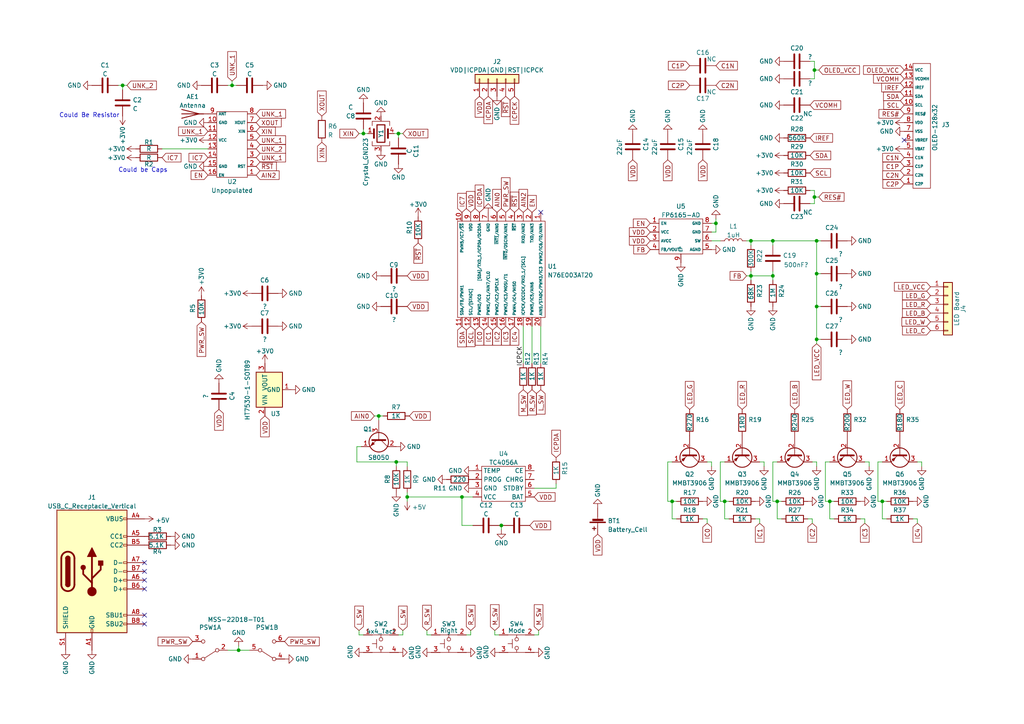
<source format=kicad_sch>
(kicad_sch (version 20211123) (generator eeschema)
  (paper "A4")
  (junction (at 109.855 120.65))
  (junction (at 236.22 20.32))
  (junction (at 224.155 80.01))
  (junction (at 236.855 98.425))
  (junction (at 105.41 38.735))
  (junction (at 194.945 145.415))
  (junction (at 145.415 152.4))
  (junction (at 69.215 188.595))
  (junction (at 207.645 64.77))
  (junction (at 115.57 38.735))
  (junction (at 114.935 133.985))
  (junction (at 240.665 145.415))
  (junction (at 217.805 80.01))
  (junction (at 236.855 79.375))
  (junction (at 210.185 145.415))
  (junction (at 236.855 88.9))
  (junction (at 217.805 69.85))
  (junction (at 224.155 69.85))
  (junction (at 35.56 24.765))
  (junction (at 225.425 145.415))
  (junction (at 133.985 144.145))
  (junction (at 236.855 69.85))
  (junction (at 118.11 144.145))
  (junction (at 255.905 145.415))
  (junction (at 236.22 57.15))
  (junction (at 67.31 24.765))
  (no_connect (at 156.845 61.595))
  (no_connect (at 41.91 168.275))
  (no_connect (at 41.91 163.195))
  (no_connect (at 41.91 170.815))
  (no_connect (at 41.91 165.735))
  (no_connect (at 41.91 178.435))
  (no_connect (at 41.91 180.975))
  (no_connect (at 262.255 40.64))
  (wire (pts (xy 154.94 184.15) (xy 156.21 184.15)))
  (wire (pts (xy 194.945 133.985) (xy 193.675 133.985)))
  (wire (pts (xy 239.395 133.985) (xy 239.395 145.415)))
  (wire (pts (xy 154.94 141.605) (xy 161.29 141.605)))
  (wire (pts (xy 210.185 133.985) (xy 208.915 133.985)))
  (wire (pts (xy 133.985 152.4) (xy 137.16 152.4)))
  (wire (pts (xy 104.14 184.15) (xy 105.41 184.15)))
  (wire (pts (xy 226.695 145.415) (xy 225.425 145.415)))
  (wire (pts (xy 206.375 64.77) (xy 207.645 64.77)))
  (wire (pts (xy 224.155 133.985) (xy 224.155 145.415)))
  (wire (pts (xy 252.095 135.255) (xy 252.095 133.985)))
  (wire (pts (xy 133.985 144.145) (xy 118.11 144.145)))
  (wire (pts (xy 105.41 38.735) (xy 106.68 38.735)))
  (wire (pts (xy 118.11 142.875) (xy 118.11 144.145)))
  (wire (pts (xy 156.845 94.615) (xy 156.845 105.41)))
  (wire (pts (xy 109.855 121.92) (xy 109.855 120.65)))
  (wire (pts (xy 221.615 133.985) (xy 220.345 133.985)))
  (wire (pts (xy 234.95 59.055) (xy 236.22 59.055)))
  (wire (pts (xy 103.505 133.985) (xy 103.505 129.54)))
  (wire (pts (xy 236.22 22.86) (xy 236.22 20.32)))
  (wire (pts (xy 217.805 78.74) (xy 217.805 80.01)))
  (wire (pts (xy 236.22 55.245) (xy 234.95 55.245)))
  (wire (pts (xy 109.855 120.65) (xy 111.125 120.65)))
  (wire (pts (xy 254.635 133.985) (xy 254.635 145.415)))
  (wire (pts (xy 216.535 69.85) (xy 217.805 69.85)))
  (wire (pts (xy 236.855 98.425) (xy 238.125 98.425)))
  (wire (pts (xy 236.855 133.985) (xy 235.585 133.985)))
  (wire (pts (xy 224.155 80.01) (xy 224.155 78.74)))
  (wire (pts (xy 115.57 40.005) (xy 115.57 38.735)))
  (wire (pts (xy 267.335 133.985) (xy 266.065 133.985)))
  (wire (pts (xy 136.525 182.88) (xy 136.525 184.15)))
  (wire (pts (xy 254.635 133.985) (xy 255.905 133.985)))
  (wire (pts (xy 225.425 150.495) (xy 226.695 150.495)))
  (wire (pts (xy 206.375 135.255) (xy 206.375 133.985)))
  (wire (pts (xy 137.16 144.145) (xy 133.985 144.145)))
  (wire (pts (xy 206.375 69.85) (xy 208.915 69.85)))
  (wire (pts (xy 154.305 94.615) (xy 154.305 105.41)))
  (wire (pts (xy 108.585 120.65) (xy 109.855 120.65)))
  (wire (pts (xy 211.455 150.495) (xy 210.185 150.495)))
  (wire (pts (xy 239.395 145.415) (xy 240.665 145.415)))
  (wire (pts (xy 224.155 145.415) (xy 225.425 145.415)))
  (wire (pts (xy 255.905 145.415) (xy 255.905 150.495)))
  (wire (pts (xy 266.065 150.495) (xy 266.065 151.765)))
  (wire (pts (xy 240.665 145.415) (xy 240.665 150.495)))
  (wire (pts (xy 133.985 152.4) (xy 133.985 144.145)))
  (wire (pts (xy 114.935 133.985) (xy 114.935 135.255)))
  (wire (pts (xy 156.21 184.15) (xy 156.21 182.88)))
  (wire (pts (xy 236.855 88.9) (xy 238.125 88.9)))
  (wire (pts (xy 264.795 150.495) (xy 266.065 150.495)))
  (wire (pts (xy 206.375 133.985) (xy 205.105 133.985)))
  (wire (pts (xy 194.945 145.415) (xy 196.215 145.415)))
  (wire (pts (xy 194.945 150.495) (xy 196.215 150.495)))
  (wire (pts (xy 143.51 184.15) (xy 143.51 182.88)))
  (wire (pts (xy 193.675 145.415) (xy 194.945 145.415)))
  (wire (pts (xy 136.525 184.15) (xy 135.255 184.15)))
  (wire (pts (xy 208.915 133.985) (xy 208.915 145.415)))
  (wire (pts (xy 103.505 129.54) (xy 104.775 129.54)))
  (wire (pts (xy 105.41 37.465) (xy 105.41 38.735)))
  (wire (pts (xy 67.31 23.495) (xy 67.31 24.765)))
  (wire (pts (xy 210.185 150.495) (xy 210.185 145.415)))
  (wire (pts (xy 123.825 182.88) (xy 123.825 184.15)))
  (wire (pts (xy 249.555 150.495) (xy 250.825 150.495)))
  (wire (pts (xy 217.805 80.01) (xy 217.805 81.28)))
  (wire (pts (xy 255.905 150.495) (xy 257.175 150.495)))
  (wire (pts (xy 225.425 133.985) (xy 224.155 133.985)))
  (wire (pts (xy 240.665 133.985) (xy 239.395 133.985)))
  (wire (pts (xy 115.57 38.735) (xy 114.3 38.735)))
  (wire (pts (xy 114.935 133.985) (xy 103.505 133.985)))
  (wire (pts (xy 254.635 145.415) (xy 255.905 145.415)))
  (wire (pts (xy 208.915 145.415) (xy 210.185 145.415)))
  (wire (pts (xy 236.22 20.32) (xy 237.49 20.32)))
  (wire (pts (xy 144.78 184.15) (xy 143.51 184.15)))
  (wire (pts (xy 236.855 69.85) (xy 238.125 69.85)))
  (wire (pts (xy 118.11 144.145) (xy 118.11 145.415)))
  (wire (pts (xy 240.665 150.495) (xy 241.935 150.495)))
  (wire (pts (xy 236.22 57.15) (xy 236.22 55.245)))
  (wire (pts (xy 206.375 67.31) (xy 207.645 67.31)))
  (wire (pts (xy 217.805 69.85) (xy 224.155 69.85)))
  (wire (pts (xy 145.415 152.4) (xy 145.415 153.67)))
  (wire (pts (xy 115.57 38.735) (xy 116.84 38.735)))
  (wire (pts (xy 115.57 184.15) (xy 116.84 184.15)))
  (wire (pts (xy 235.585 150.495) (xy 235.585 151.765)))
  (wire (pts (xy 69.215 188.595) (xy 69.215 187.325)))
  (wire (pts (xy 236.855 88.9) (xy 236.855 98.425)))
  (wire (pts (xy 220.345 150.495) (xy 220.345 151.765)))
  (wire (pts (xy 118.11 135.255) (xy 118.11 133.985)))
  (wire (pts (xy 145.415 152.4) (xy 146.05 152.4)))
  (wire (pts (xy 207.645 67.31) (xy 207.645 64.77)))
  (wire (pts (xy 236.855 135.255) (xy 236.855 133.985)))
  (wire (pts (xy 221.615 135.255) (xy 221.615 133.985)))
  (wire (pts (xy 236.855 69.85) (xy 236.855 79.375)))
  (wire (pts (xy 123.825 184.15) (xy 125.095 184.15)))
  (wire (pts (xy 34.29 24.765) (xy 35.56 24.765)))
  (wire (pts (xy 210.185 145.415) (xy 211.455 145.415)))
  (wire (pts (xy 217.805 80.01) (xy 224.155 80.01)))
  (wire (pts (xy 151.765 94.615) (xy 151.765 105.41)))
  (wire (pts (xy 46.99 43.18) (xy 60.325 43.18)))
  (wire (pts (xy 267.335 135.255) (xy 267.335 133.985)))
  (wire (pts (xy 238.125 79.375) (xy 236.855 79.375)))
  (wire (pts (xy 72.39 188.595) (xy 69.215 188.595)))
  (wire (pts (xy 194.945 145.415) (xy 194.945 150.495)))
  (wire (pts (xy 236.855 79.375) (xy 236.855 88.9)))
  (wire (pts (xy 116.84 184.15) (xy 116.84 182.88)))
  (wire (pts (xy 234.315 150.495) (xy 235.585 150.495)))
  (wire (pts (xy 234.95 17.78) (xy 236.22 17.78)))
  (wire (pts (xy 224.155 80.01) (xy 224.155 81.28)))
  (wire (pts (xy 234.95 22.86) (xy 236.22 22.86)))
  (wire (pts (xy 236.22 20.32) (xy 236.22 17.78)))
  (wire (pts (xy 241.935 145.415) (xy 240.665 145.415)))
  (wire (pts (xy 225.425 145.415) (xy 225.425 150.495)))
  (wire (pts (xy 224.155 69.85) (xy 236.855 69.85)))
  (wire (pts (xy 217.805 69.85) (xy 217.805 71.12)))
  (wire (pts (xy 224.155 69.85) (xy 224.155 71.12)))
  (wire (pts (xy 205.105 150.495) (xy 205.105 151.765)))
  (wire (pts (xy 66.04 188.595) (xy 69.215 188.595)))
  (wire (pts (xy 257.175 145.415) (xy 255.905 145.415)))
  (wire (pts (xy 236.855 98.425) (xy 236.855 99.695)))
  (wire (pts (xy 118.11 133.985) (xy 114.935 133.985)))
  (wire (pts (xy 104.14 182.88) (xy 104.14 184.15)))
  (wire (pts (xy 104.14 38.735) (xy 105.41 38.735)))
  (wire (pts (xy 35.56 24.765) (xy 35.56 26.035)))
  (wire (pts (xy 207.645 64.77) (xy 207.645 63.5)))
  (wire (pts (xy 66.04 24.765) (xy 67.31 24.765)))
  (wire (pts (xy 161.29 141.605) (xy 161.29 140.335)))
  (wire (pts (xy 35.56 24.765) (xy 36.83 24.765)))
  (wire (pts (xy 216.535 80.01) (xy 217.805 80.01)))
  (wire (pts (xy 144.78 152.4) (xy 145.415 152.4)))
  (wire (pts (xy 203.835 150.495) (xy 205.105 150.495)))
  (wire (pts (xy 250.825 150.495) (xy 250.825 151.765)))
  (wire (pts (xy 237.49 57.15) (xy 236.22 57.15)))
  (wire (pts (xy 252.095 133.985) (xy 250.825 133.985)))
  (wire (pts (xy 219.075 150.495) (xy 220.345 150.495)))
  (wire (pts (xy 193.675 133.985) (xy 193.675 145.415)))
  (wire (pts (xy 236.22 59.055) (xy 236.22 57.15)))
  (wire (pts (xy 67.31 24.765) (xy 68.58 24.765)))
  (text "Could be Caps" (at 34.29 50.165 0) (effects (font (size 1.27 1.27)) (justify left bottom)))
  (text "Could Be Resistor" (at 17.145 34.29 0) (effects (font (size 1.27 1.27)) (justify left bottom)))
  (label "ICPCK" (at 151.765 100.33 270))
  (global_label "IC0" (shape input) (at 139.065 94.615 270) (property "Intersheet References" "${INTERSHEET_REFS}" (effects hide)))
  (global_label "VDD" (shape input) (at 183.515 46.355 270) (property "Intersheet References" "${INTERSHEET_REFS}" (effects hide)))
  (global_label "VDD" (shape input) (at 203.835 46.355 270) (property "Intersheet References" "${INTERSHEET_REFS}" (effects hide)))
  (global_label "XIN" (shape input) (at 93.345 41.275 270) (property "Intersheet References" "${INTERSHEET_REFS}" (effects hide)))
  (global_label "XIN" (shape input) (at 74.295 38.1 0) (property "Intersheet References" "${INTERSHEET_REFS}" (effects hide)))
  (global_label "IC1" (shape input) (at 141.605 94.615 270) (property "Intersheet References" "${INTERSHEET_REFS}" (effects hide)))
  (global_label "SDA" (shape input) (at 262.255 27.94 180) (property "Intersheet References" "${INTERSHEET_REFS}" (effects hide)))
  (global_label "ICPDA" (shape input) (at 139.065 61.595 90) (property "Intersheet References" "${INTERSHEET_REFS}" (effects hide)))
  (global_label "AIN2" (shape input) (at 151.765 61.595 90) (property "Intersheet References" "${INTERSHEET_REFS}" (effects hide)))
  (global_label "ICPDA" (shape input) (at 161.29 132.715 90) (property "Intersheet References" "${INTERSHEET_REFS}" (effects hide)))
  (global_label "C1N" (shape input) (at 207.645 19.05 0) (property "Intersheet References" "${INTERSHEET_REFS}" (effects hide)))
  (global_label "~{RST}" (shape input) (at 121.285 70.485 270) (property "Intersheet References" "${INTERSHEET_REFS}" (effects hide)))
  (global_label "OLED_VCC" (shape input) (at 237.49 20.32 0) (property "Intersheet References" "${INTERSHEET_REFS}" (effects hide)))
  (global_label "LED_B" (shape input) (at 230.505 118.745 90) (property "Intersheet References" "${INTERSHEET_REFS}" (effects hide)))
  (global_label "~{RST}" (shape input) (at 74.295 48.26 0) (property "Intersheet References" "${INTERSHEET_REFS}" (effects hide)))
  (global_label "VDD" (shape input) (at 63.5 118.745 270) (property "Intersheet References" "${INTERSHEET_REFS}" (effects hide)))
  (global_label "EN" (shape input) (at 154.305 61.595 90) (property "Intersheet References" "${INTERSHEET_REFS}" (effects hide)))
  (global_label "LED_W" (shape input) (at 269.875 93.345 180) (property "Intersheet References" "${INTERSHEET_REFS}" (effects hide)))
  (global_label "VDD" (shape input) (at 76.835 120.65 270) (property "Intersheet References" "${INTERSHEET_REFS}" (effects hide)))
  (global_label "IREF" (shape input) (at 234.95 40.005 0) (property "Intersheet References" "${INTERSHEET_REFS}" (effects hide)))
  (global_label "XOUT" (shape input) (at 116.84 38.735 0) (property "Intersheet References" "${INTERSHEET_REFS}" (effects hide)))
  (global_label "PWR_SW" (shape input) (at 146.685 61.595 90) (property "Intersheet References" "${INTERSHEET_REFS}" (effects hide)))
  (global_label "L_SW" (shape input) (at 156.845 113.03 270) (property "Intersheet References" "${INTERSHEET_REFS}" (effects hide)))
  (global_label "PWR_SW" (shape input) (at 58.42 93.345 270) (property "Intersheet References" "${INTERSHEET_REFS}" (effects hide)))
  (global_label "C1P" (shape input) (at 262.255 48.26 180) (property "Intersheet References" "${INTERSHEET_REFS}" (effects hide)))
  (global_label "RES#" (shape input) (at 262.255 33.02 180) (property "Intersheet References" "${INTERSHEET_REFS}" (effects hide)))
  (global_label "PWR_SW" (shape input) (at 82.55 186.055 0) (property "Intersheet References" "${INTERSHEET_REFS}" (effects hide)))
  (global_label "LED_C" (shape input) (at 260.985 118.745 90) (property "Intersheet References" "${INTERSHEET_REFS}" (effects hide)))
  (global_label "EN" (shape input) (at 60.325 50.8 180) (property "Intersheet References" "${INTERSHEET_REFS}" (effects hide)))
  (global_label "R_SW" (shape input) (at 123.825 182.88 90) (property "Intersheet References" "${INTERSHEET_REFS}" (effects hide)))
  (global_label "M_SW" (shape input) (at 156.21 182.88 90) (property "Intersheet References" "${INTERSHEET_REFS}" (effects hide)))
  (global_label "IC7" (shape input) (at 60.325 45.72 180) (property "Intersheet References" "${INTERSHEET_REFS}" (effects hide)))
  (global_label "IC0" (shape input) (at 205.105 151.765 270) (property "Intersheet References" "${INTERSHEET_REFS}" (effects hide)))
  (global_label "UNK_1" (shape input) (at 74.295 40.64 0) (property "Intersheet References" "${INTERSHEET_REFS}" (effects hide)))
  (global_label "VDD" (shape input) (at 153.67 152.4 0) (property "Intersheet References" "${INTERSHEET_REFS}" (effects hide)))
  (global_label "PWR_SW" (shape input) (at 55.88 186.055 180) (property "Intersheet References" "${INTERSHEET_REFS}" (effects hide)))
  (global_label "LED_B" (shape input) (at 269.875 90.805 180) (property "Intersheet References" "${INTERSHEET_REFS}" (effects hide)))
  (global_label "SCL" (shape input) (at 262.255 30.48 180) (property "Intersheet References" "${INTERSHEET_REFS}" (effects hide)))
  (global_label "IC7" (shape input) (at 46.99 45.72 0) (property "Intersheet References" "${INTERSHEET_REFS}" (effects hide)))
  (global_label "C2P" (shape input) (at 200.025 24.765 180) (property "Intersheet References" "${INTERSHEET_REFS}" (effects hide)))
  (global_label "VCOMH" (shape input) (at 262.255 22.86 180) (property "Intersheet References" "${INTERSHEET_REFS}" (effects hide)))
  (global_label "UNK_2" (shape input) (at 36.83 24.765 0) (property "Intersheet References" "${INTERSHEET_REFS}" (effects hide)))
  (global_label "VDD" (shape input) (at 154.94 144.145 0) (property "Intersheet References" "${INTERSHEET_REFS}" (effects hide)))
  (global_label "C1N" (shape input) (at 262.255 45.72 180) (property "Intersheet References" "${INTERSHEET_REFS}" (effects hide)))
  (global_label "FB" (shape input) (at 216.535 80.01 180) (property "Intersheet References" "${INTERSHEET_REFS}" (effects hide)))
  (global_label "OLED_VCC" (shape input) (at 262.255 20.32 180) (property "Intersheet References" "${INTERSHEET_REFS}" (effects hide)))
  (global_label "IC2" (shape input) (at 144.145 94.615 270) (property "Intersheet References" "${INTERSHEET_REFS}" (effects hide)))
  (global_label "SCL" (shape input) (at 234.95 50.165 0) (property "Intersheet References" "${INTERSHEET_REFS}" (effects hide)))
  (global_label "UNK_1" (shape input) (at 60.325 38.1 180) (property "Intersheet References" "${INTERSHEET_REFS}" (effects hide)))
  (global_label "LED_VCC" (shape input) (at 269.875 83.185 180) (property "Intersheet References" "${INTERSHEET_REFS}" (effects hide)))
  (global_label "EN" (shape input) (at 188.595 64.77 180) (property "Intersheet References" "${INTERSHEET_REFS}" (effects hide)))
  (global_label "R_SW" (shape input) (at 154.305 113.03 270) (property "Intersheet References" "${INTERSHEET_REFS}" (effects hide)))
  (global_label "IC2" (shape input) (at 235.585 151.765 270) (property "Intersheet References" "${INTERSHEET_REFS}" (effects hide)))
  (global_label "LED_VCC" (shape input) (at 236.855 99.695 270) (property "Intersheet References" "${INTERSHEET_REFS}" (effects hide)))
  (global_label "IC7" (shape input) (at 133.985 61.595 90) (property "Intersheet References" "${INTERSHEET_REFS}" (effects hide)))
  (global_label "LED_G" (shape input) (at 269.875 85.725 180) (property "Intersheet References" "${INTERSHEET_REFS}" (effects hide)))
  (global_label "C1P" (shape input) (at 200.025 19.05 180) (property "Intersheet References" "${INTERSHEET_REFS}" (effects hide)))
  (global_label "LED_W" (shape input) (at 245.745 118.745 90) (property "Intersheet References" "${INTERSHEET_REFS}" (effects hide)))
  (global_label "UNK_1" (shape input) (at 67.31 23.495 90) (property "Intersheet References" "${INTERSHEET_REFS}" (effects hide)))
  (global_label "SDA" (shape input) (at 133.985 94.615 270) (property "Intersheet References" "${INTERSHEET_REFS}" (effects hide)))
  (global_label "M_SW" (shape input) (at 151.765 113.03 270) (property "Intersheet References" "${INTERSHEET_REFS}" (effects hide)))
  (global_label "LED_R" (shape input) (at 215.265 118.745 90) (property "Intersheet References" "${INTERSHEET_REFS}" (effects hide)))
  (global_label "LED_C" (shape input) (at 269.875 95.885 180) (property "Intersheet References" "${INTERSHEET_REFS}" (effects hide)))
  (global_label "ICPCK" (shape input) (at 149.225 27.94 270) (property "Intersheet References" "${INTERSHEET_REFS}" (effects hide)))
  (global_label "~{RST}" (shape input) (at 149.225 61.595 90) (property "Intersheet References" "${INTERSHEET_REFS}" (effects hide)))
  (global_label "LED_R" (shape input) (at 269.875 88.265 180) (property "Intersheet References" "${INTERSHEET_REFS}" (effects hide)))
  (global_label "IC3" (shape input) (at 146.685 94.615 270) (property "Intersheet References" "${INTERSHEET_REFS}" (effects hide)))
  (global_label "C2N" (shape input) (at 262.255 50.8 180) (property "Intersheet References" "${INTERSHEET_REFS}" (effects hide)))
  (global_label "VDD" (shape input) (at 118.11 80.01 0) (property "Intersheet References" "${INTERSHEET_REFS}" (effects hide)))
  (global_label "RES#" (shape input) (at 237.49 57.15 0) (property "Intersheet References" "${INTERSHEET_REFS}" (effects hide)))
  (global_label "XOUT" (shape input) (at 74.295 35.56 0) (property "Intersheet References" "${INTERSHEET_REFS}" (effects hide)))
  (global_label "XOUT" (shape input) (at 93.345 33.655 90) (property "Intersheet References" "${INTERSHEET_REFS}" (effects hide)))
  (global_label "AIN0" (shape input) (at 144.145 61.595 90) (property "Intersheet References" "${INTERSHEET_REFS}" (effects hide)))
  (global_label "UNK_1" (shape input) (at 74.295 45.72 0) (property "Intersheet References" "${INTERSHEET_REFS}" (effects hide)))
  (global_label "LED_G" (shape input) (at 200.025 118.745 90) (property "Intersheet References" "${INTERSHEET_REFS}" (effects hide)))
  (global_label "L_SW" (shape input) (at 104.14 182.88 90) (property "Intersheet References" "${INTERSHEET_REFS}" (effects hide)))
  (global_label "SCL" (shape input) (at 136.525 94.615 270) (property "Intersheet References" "${INTERSHEET_REFS}" (effects hide)))
  (global_label "VDD" (shape input) (at 118.745 120.65 0) (property "Intersheet References" "${INTERSHEET_REFS}" (effects hide)))
  (global_label "VDD" (shape input) (at 193.675 46.355 270) (property "Intersheet References" "${INTERSHEET_REFS}" (effects hide)))
  (global_label "XIN" (shape input) (at 104.14 38.735 180) (property "Intersheet References" "${INTERSHEET_REFS}" (effects hide)))
  (global_label "AIN0" (shape input) (at 108.585 120.65 180) (property "Intersheet References" "${INTERSHEET_REFS}" (effects hide)))
  (global_label "IC3" (shape input) (at 250.825 151.765 270) (property "Intersheet References" "${INTERSHEET_REFS}" (effects hide)))
  (global_label "FB" (shape input) (at 188.595 72.39 180) (property "Intersheet References" "${INTERSHEET_REFS}" (effects hide)))
  (global_label "C2P" (shape input) (at 262.255 53.34 180) (property "Intersheet References" "${INTERSHEET_REFS}" (effects hide)))
  (global_label "VCOMH" (shape input) (at 234.95 30.48 0) (property "Intersheet References" "${INTERSHEET_REFS}" (effects hide)))
  (global_label "R_SW" (shape input) (at 136.525 182.88 90) (property "Intersheet References" "${INTERSHEET_REFS}" (effects hide)))
  (global_label "IC1" (shape input) (at 220.345 151.765 270) (property "Intersheet References" "${INTERSHEET_REFS}" (effects hide)))
  (global_label "VDD" (shape input) (at 136.525 61.595 90) (property "Intersheet References" "${INTERSHEET_REFS}" (effects hide)))
  (global_label "SDA" (shape input) (at 234.95 45.085 0) (property "Intersheet References" "${INTERSHEET_REFS}" (effects hide)))
  (global_label "VDD" (shape input) (at 118.11 88.9 0) (property "Intersheet References" "${INTERSHEET_REFS}" (effects hide)))
  (global_label "IC4" (shape input) (at 266.065 151.765 270) (property "Intersheet References" "${INTERSHEET_REFS}" (effects hide)))
  (global_label "VDD" (shape input) (at 173.355 154.94 270) (property "Intersheet References" "${INTERSHEET_REFS}" (effects hide)))
  (global_label "UNK_1" (shape input) (at 74.295 33.02 0) (property "Intersheet References" "${INTERSHEET_REFS}" (effects hide)))
  (global_label "VDD" (shape input) (at 188.595 67.31 180) (property "Intersheet References" "${INTERSHEET_REFS}" (effects hide)))
  (global_label "C2N" (shape input) (at 207.645 24.765 0) (property "Intersheet References" "${INTERSHEET_REFS}" (effects hide)))
  (global_label "VDD" (shape input) (at 139.065 27.94 270) (property "Intersheet References" "${INTERSHEET_REFS}" (effects hide)))
  (global_label "UNK_2" (shape input) (at 74.295 43.18 0) (property "Intersheet References" "${INTERSHEET_REFS}" (effects hide)))
  (global_label "IREF" (shape input) (at 262.255 25.4 180) (property "Intersheet References" "${INTERSHEET_REFS}" (effects hide)))
  (global_label "M_SW" (shape input) (at 143.51 182.88 90) (property "Intersheet References" "${INTERSHEET_REFS}" (effects hide)))
  (global_label "AIN2" (shape input) (at 74.295 50.8 0) (property "Intersheet References" "${INTERSHEET_REFS}" (effects hide)))
  (global_label "VDD" (shape input) (at 188.595 69.85 180) (property "Intersheet References" "${INTERSHEET_REFS}" (effects hide)))
  (global_label "IC4" (shape input) (at 149.225 94.615 270) (property "Intersheet References" "${INTERSHEET_REFS}" (effects hide)))
  (global_label "~{RST}" (shape input) (at 146.685 27.94 270) (property "Intersheet References" "${INTERSHEET_REFS}" (effects hide)))
  (global_label "L_SW" (shape input) (at 116.84 182.88 90) (property "Intersheet References" "${INTERSHEET_REFS}" (effects hide)))
  (global_label "ICPDA" (shape input) (at 141.605 27.94 270) (property "Intersheet References" "${INTERSHEET_REFS}" (effects hide)))
  (symbol (lib_id "power:+3V0") (at 121.285 62.865 0) (unit 1)
    (property "Reference" "#PWR037" (effects hide))
    (property "Value" "+3V0" (at 121.285 59.2892 0))
  )
  (symbol (lib_id "Device:C") (at 203.835 42.545 0) (unit 1)
    (property "Reference" "C18" (at 207.645 43.815 90) (effects (justify left)))
    (property "Value" "22uF" (at 200.025 45.085 90) (effects (justify left)))
  )
  (symbol (lib_id "power:GND") (at 236.855 135.255 0) (unit 1)
    (property "Reference" "#PWR070" (effects hide))
    (property "Value" "GND" (at 236.855 140.335 90))
  )
  (symbol (lib_id "power:GND") (at 49.53 155.575 90) (unit 1)
    (property "Reference" "#PWR08" (effects hide))
    (property "Value" "GND" (at 54.61 155.575 90))
  )
  (symbol (lib_id "Connector_Generic:Conn_01x05") (at 144.145 22.86 90) (unit 1)
    (property "Reference" "J2" (at 144.145 17.8902 90))
    (property "Value" "VDD|ICPDA|GND|RST|ICPCK" (at 144.145 20.32 90))
  )
  (symbol (lib_id "Device:R") (at 151.765 109.22 0) (unit 1)
    (property "Reference" "R12" (at 153.035 106.045 90) (effects (justify left)))
    (property "Value" "1K" (at 151.765 110.49 90) (effects (justify left)))
  )
  (symbol (lib_id "Device:C") (at 203.835 19.05 90) (unit 1)
    (property "Reference" "C16" (at 203.835 15.24 90))
    (property "Value" "NC" (at 206.375 17.145 90))
  )
  (symbol (lib_id "power:+3V0") (at 58.42 85.725 0) (unit 1)
    (property "Reference" "#PWR012" (effects hide))
    (property "Value" "+3V0" (at 58.42 77.47 90) (effects (justify right)))
  )
  (symbol (lib_id "power:GND") (at 110.49 80.01 270) (unit 1)
    (property "Reference" "#PWR030" (effects hide))
    (property "Value" "GND" (at 105.41 80.01 90))
  )
  (symbol (lib_id "Device:R") (at 217.805 74.93 0) (unit 1)
    (property "Reference" "R22" (at 220.345 76.2 90) (effects (justify left)))
    (property "Value" "300K" (at 217.805 77.47 90) (effects (justify left)))
  )
  (symbol (lib_id "Device:R") (at 231.14 55.245 90) (unit 1)
    (property "Reference" "R31" (at 231.14 52.705 90))
    (property "Value" "10K" (at 231.14 55.245 90))
  )
  (symbol (lib_id "power:GND") (at 110.49 43.815 0) (unit 1)
    (property "Reference" "#PWR029" (effects hide))
    (property "Value" "GND" (at 110.49 47.625 0))
  )
  (symbol (lib_id "power:GND") (at 129.54 139.065 270) (unit 1)
    (property "Reference" "#PWR039" (effects hide))
    (property "Value" "GND" (at 124.46 139.065 90))
  )
  (symbol (lib_id "Device:R") (at 154.305 109.22 0) (unit 1)
    (property "Reference" "R13" (at 155.575 106.045 90) (effects (justify left)))
    (property "Value" "1K" (at 154.305 110.49 90) (effects (justify left)))
  )
  (symbol (lib_id "power:GND") (at 144.145 27.94 0) (unit 1)
    (property "Reference" "#PWR044" (effects hide))
    (property "Value" "GND" (at 144.145 33.02 90))
  )
  (symbol (lib_id "power:GND") (at 219.075 145.415 90) (unit 1)
    (property "Reference" "#PWR058" (effects hide))
    (property "Value" "GND" (at 222.885 145.415 0))
  )
  (symbol (lib_id "power:+3V0") (at 227.33 50.165 90) (unit 1)
    (property "Reference" "#PWR066" (effects hide))
    (property "Value" "+3V0" (at 219.075 50.165 90) (effects (justify right)))
  )
  (symbol (lib_id "power:GND") (at 110.49 33.655 180) (unit 1)
    (property "Reference" "#PWR028" (effects hide))
    (property "Value" "GND" (at 110.49 29.845 0))
  )
  (symbol (lib_id "Transistor_BJT:2N3905") (at 230.505 131.445 270) (unit 1)
    (property "Reference" "Q4" (at 230.505 137.5648 90))
    (property "Value" "MMBT3906" (at 230.505 140.1017 90))
    (property "Footprint" "Package_TO_SOT_THT:TO-92_Inline" (effects hide))
    (property "Datasheet" "https://www.fairchildsemi.com/datasheets/2N/2N3905.pdf" (effects hide))
  )
  (symbol (lib_id "power:+3V0") (at 262.255 43.18 90) (unit 1)
    (property "Reference" "#PWR079" (effects hide))
    (property "Value" "+3V0" (at 254 43.18 90) (effects (justify right)))
  )
  (symbol (lib_id "power:GND") (at 80.645 85.09 90) (unit 1)
    (property "Reference" "#PWR022" (effects hide))
    (property "Value" "GND" (at 85.725 85.09 90))
  )
  (symbol (lib_id "power:GND") (at 115.57 189.23 90) (unit 1)
    (property "Reference" "#PWR035" (effects hide))
    (property "Value" "GND" (at 119.38 187.325 0) (effects (justify right)))
  )
  (symbol (lib_id "power:GND") (at 203.835 145.415 90) (unit 1)
    (property "Reference" "#PWR053" (effects hide))
    (property "Value" "GND" (at 207.645 145.415 0))
  )
  (symbol (lib_id "power:+3V0") (at 39.37 45.72 90) (unit 1)
    (property "Reference" "#PWR06" (effects hide))
    (property "Value" "+3V0" (at 31.115 45.72 90) (effects (justify right)))
  )
  (symbol (lib_id "Transistor_BJT:2N3905") (at 200.025 131.445 270) (unit 1)
    (property "Reference" "Q2" (at 200.025 137.5648 90))
    (property "Value" "MMBT3906" (at 200.025 140.1017 90))
    (property "Footprint" "Package_TO_SOT_THT:TO-92_Inline" (effects hide))
    (property "Datasheet" "https://www.fairchildsemi.com/datasheets/2N/2N3905.pdf" (effects hide))
  )
  (symbol (lib_id "Device:C") (at 241.935 88.9 90) (unit 1)
    (property "Reference" "C26" (at 243.205 85.09 90) (effects (justify left)))
    (property "Value" "?" (at 244.475 92.71 90) (effects (justify left)))
  )
  (symbol (lib_id "Device:C") (at 231.14 22.86 90) (unit 1)
    (property "Reference" "C21" (at 231.14 26.67 90))
    (property "Value" "?" (at 234.95 24.13 90))
  )
  (symbol (lib_id "power:GND") (at 203.835 38.735 180) (unit 1)
    (property "Reference" "#PWR052" (effects hide))
    (property "Value" "GND" (at 203.835 33.655 90))
  )
  (symbol (lib_id "power:GND") (at 227.33 17.78 270) (unit 1)
    (property "Reference" "#PWR061" (effects hide))
    (property "Value" "GND" (at 222.25 17.78 90))
  )
  (symbol (lib_id "power:GND") (at 206.375 135.255 0) (unit 1)
    (property "Reference" "#PWR055" (effects hide))
    (property "Value" "GND" (at 206.375 140.335 90))
  )
  (symbol (lib_id "power:GND") (at 227.33 40.005 270) (unit 1)
    (property "Reference" "#PWR064" (effects hide))
    (property "Value" "GND" (at 222.25 40.005 90))
  )
  (symbol (lib_id "Regulator_Linear:HT75xx-1-SOT89") (at 79.375 113.03 90) (unit 1)
    (property "Reference" "U3" (at 81.28 120.015 90) (effects (justify left)))
    (property "Value" "HT7530-1-SOT89" (at 71.755 121.92 0) (effects (justify left)))
    (property "Footprint" "Package_TO_SOT_SMD:SOT-89-3" (effects hide))
    (property "Datasheet" "https://www.holtek.com/documents/10179/116711/HT75xx-1v250.pdf" (effects hide))
  )
  (symbol (lib_id "power:+3V0") (at 262.255 35.56 90) (unit 1)
    (property "Reference" "#PWR077" (effects hide))
    (property "Value" "+3V0" (at 254 35.56 90) (effects (justify right)))
  )
  (symbol (lib_id "power:GND") (at 234.315 145.415 90) (unit 1)
    (property "Reference" "#PWR069" (effects hide))
    (property "Value" "GND" (at 238.125 145.415 0))
  )
  (symbol (lib_id "Device:Q_NPN_ECB") (at 109.855 127 270) (unit 1)
    (property "Reference" "Q1" (at 106.68 124.46 90))
    (property "Value" "S8050" (at 109.855 132.715 90))
  )
  (symbol (lib_id "Device:R") (at 215.265 122.555 0) (unit 1)
    (property "Reference" "R19" (at 217.043 121.7203 0) (effects (justify left)))
    (property "Value" "1R0" (at 215.265 124.46 90) (effects (justify left)))
  )
  (symbol (lib_id "power:GND") (at 217.805 88.9 0) (unit 1)
    (property "Reference" "#PWR057" (effects hide))
    (property "Value" "GND" (at 217.805 93.98 90))
  )
  (symbol (lib_id "Device:C") (at 140.97 152.4 90) (unit 1)
    (property "Reference" "C12" (at 140.97 146.5412 90))
    (property "Value" "C" (at 140.97 149.0781 90))
  )
  (symbol (lib_id "Device:R") (at 133.35 139.065 90) (unit 1)
    (property "Reference" "R11" (at 129.54 141.605 90) (effects (justify left)))
    (property "Value" "220" (at 135.255 139.065 90) (effects (justify left)))
  )
  (symbol (lib_id "power:GND") (at 19.05 188.595 0) (unit 1)
    (property "Reference" "#PWR01" (effects hide))
    (property "Value" "GND" (at 19.05 193.675 90))
  )
  (symbol (lib_id "Device:R") (at 217.805 85.09 0) (unit 1)
    (property "Reference" "R23" (at 220.345 86.36 90) (effects (justify left)))
    (property "Value" "68K" (at 217.805 86.995 90) (effects (justify left)))
  )
  (symbol (lib_id "Device:R") (at 200.025 150.495 90) (unit 1)
    (property "Reference" "R18" (at 200.025 147.955 90))
    (property "Value" "1K" (at 200.025 150.495 90))
  )
  (symbol (lib_id "power:GND") (at 105.41 29.845 180) (unit 1)
    (property "Reference" "#PWR026" (effects hide))
    (property "Value" "GND" (at 105.41 26.035 0))
  )
  (symbol (lib_id "Transistor_BJT:2N3905") (at 215.265 131.445 270) (unit 1)
    (property "Reference" "Q3" (at 215.265 137.5648 90))
    (property "Value" "MMBT3906" (at 215.265 140.1017 90))
    (property "Footprint" "Package_TO_SOT_THT:TO-92_Inline" (effects hide))
    (property "Datasheet" "https://www.fairchildsemi.com/datasheets/2N/2N3905.pdf" (effects hide))
  )
  (symbol (lib_id "power:GND") (at 249.555 145.415 90) (unit 1)
    (property "Reference" "#PWR075" (effects hide))
    (property "Value" "GND" (at 253.365 145.415 0))
  )
  (symbol (lib_id "power:GND") (at 69.215 187.325 180) (unit 1)
    (property "Reference" "#PWR017" (effects hide))
    (property "Value" "GND" (at 69.215 183.515 0))
  )
  (symbol (lib_id "custom:Ulanzi-VL49_RGB-UnpopulatedIC") (at 67.31 41.91 180) (unit 1)
    (property "Reference" "U2" (at 67.31 52.705 0))
    (property "Value" "Unpopulated" (at 67.31 55.245 0))
  )
  (symbol (lib_id "Device:C") (at 114.3 88.9 90) (unit 1)
    (property "Reference" "C10" (at 115.57 85.725 90) (effects (justify left)))
    (property "Value" "?" (at 114.935 92.71 90) (effects (justify left)))
  )
  (symbol (lib_id "Device:C") (at 30.48 24.765 270) (unit 1)
    (property "Reference" "C1" (at 30.48 18.9062 90))
    (property "Value" "C" (at 30.48 21.4431 90))
  )
  (symbol (lib_id "Device:C") (at 241.935 79.375 90) (unit 1)
    (property "Reference" "C25" (at 243.205 75.565 90) (effects (justify left)))
    (property "Value" "?" (at 244.475 83.185 90) (effects (justify left)))
  )
  (symbol (lib_id "power:GND") (at 141.605 61.595 180) (unit 1)
    (property "Reference" "#PWR043" (effects hide))
    (property "Value" "GND" (at 141.605 56.515 90))
  )
  (symbol (lib_id "power:+3V0") (at 73.025 85.09 90) (unit 1)
    (property "Reference" "#PWR018" (effects hide))
    (property "Value" "+3V0" (at 64.77 85.09 90) (effects (justify right)))
  )
  (symbol (lib_id "Device:R") (at 215.265 150.495 90) (unit 1)
    (property "Reference" "R21" (at 215.265 147.955 90))
    (property "Value" "1K" (at 215.265 150.495 90))
  )
  (symbol (lib_id "power:GND") (at 114.935 129.54 90) (unit 1)
    (property "Reference" "#PWR032" (effects hide))
    (property "Value" "GND" (at 120.015 129.54 90))
  )
  (symbol (lib_id "power:GND") (at 80.645 94.615 90) (unit 1)
    (property "Reference" "#PWR023" (effects hide))
    (property "Value" "GND" (at 85.725 94.615 90))
  )
  (symbol (lib_id "Device:Crystal_GND23") (at 110.49 38.735 0) (unit 1)
    (property "Reference" "Y1" (at 110.49 38.735 90))
    (property "Value" "Crystal_GND23" (at 106.045 46.99 90))
  )
  (symbol (lib_id "Device:R") (at 231.14 45.085 90) (unit 1)
    (property "Reference" "R29" (at 231.14 42.545 90))
    (property "Value" "10K" (at 231.14 45.085 90))
  )
  (symbol (lib_id "Device:Antenna") (at 55.245 33.02 90) (unit 1)
    (property "Reference" "AE1" (at 55.88 28.0502 90))
    (property "Value" "Antenna" (at 55.88 30.5871 90))
  )
  (symbol (lib_id "Device:C") (at 231.14 30.48 90) (unit 1)
    (property "Reference" "C22" (at 231.14 34.29 90))
    (property "Value" "NC" (at 234.315 33.02 90))
  )
  (symbol (lib_id "power:+3V0") (at 35.56 33.655 180) (unit 1)
    (property "Reference" "#PWR04" (effects hide))
    (property "Value" "+3V0" (at 35.56 41.91 90) (effects (justify right)))
  )
  (symbol (lib_id "Device:R") (at 245.745 150.495 90) (unit 1)
    (property "Reference" "R34" (at 245.745 147.955 90))
    (property "Value" "1K" (at 245.745 150.495 90))
  )
  (symbol (lib_id "Device:R") (at 43.18 43.18 90) (unit 1)
    (property "Reference" "R1" (at 43.18 41.275 90))
    (property "Value" "R" (at 43.18 43.18 90))
  )
  (symbol (lib_id "power:+3V0") (at 60.325 40.64 90) (unit 1)
    (property "Reference" "#PWR014" (effects hide))
    (property "Value" "+3V0" (at 52.07 40.64 90) (effects (justify right)))
  )
  (symbol (lib_id "power:GND") (at 264.795 145.415 90) (unit 1)
    (property "Reference" "#PWR080" (effects hide))
    (property "Value" "GND" (at 268.605 145.415 0))
  )
  (symbol (lib_id "Device:C") (at 105.41 33.655 180) (unit 1)
    (property "Reference" "C8" (at 100.33 33.655 0) (effects (justify right)))
    (property "Value" "C" (at 100.965 31.115 0) (effects (justify right)))
  )
  (symbol (lib_id "Device:R") (at 230.505 122.555 0) (unit 1)
    (property "Reference" "R25" (at 232.283 121.7203 0) (effects (justify left)))
    (property "Value" "R240" (at 230.505 125.095 90) (effects (justify left)))
  )
  (symbol (lib_id "power:GND") (at 144.78 189.23 270) (unit 1)
    (property "Reference" "#PWR045" (effects hide))
    (property "Value" "GND" (at 140.97 191.135 0) (effects (justify right)))
  )
  (symbol (lib_id "Device:R") (at 58.42 89.535 0) (unit 1)
    (property "Reference" "R5" (at 55.88 90.805 90) (effects (justify left)))
    (property "Value" "10K" (at 58.42 91.44 90) (effects (justify left)))
  )
  (symbol (lib_id "power:GND") (at 267.335 135.255 0) (unit 1)
    (property "Reference" "#PWR081" (effects hide))
    (property "Value" "GND" (at 267.335 140.335 90))
  )
  (symbol (lib_id "Device:C") (at 115.57 43.815 0) (unit 1)
    (property "Reference" "C11" (at 120.65 43.815 90))
    (property "Value" "C" (at 118.745 43.815 90))
  )
  (symbol (lib_id "Device:C") (at 241.935 69.85 90) (unit 1)
    (property "Reference" "C24" (at 243.205 66.04 90) (effects (justify left)))
    (property "Value" "?" (at 244.475 73.66 90) (effects (justify left)))
  )
  (symbol (lib_name "SW_Push_Dual_1") (lib_id "Switch:SW_Push_Dual") (at 110.49 184.15 0) (unit 1)
    (property "Reference" "SW2" (at 110.49 180.975 0))
    (property "Value" "4x4_Tact" (at 110.49 183.1141 0))
  )
  (symbol (lib_id "power:GND") (at 221.615 135.255 0) (unit 1)
    (property "Reference" "#PWR059" (effects hide))
    (property "Value" "GND" (at 221.615 140.335 90))
  )
  (symbol (lib_id "power:GND") (at 26.67 24.765 270) (unit 1)
    (property "Reference" "#PWR02" (effects hide))
    (property "Value" "GND" (at 21.59 24.765 90))
  )
  (symbol (lib_id "custom:N76E003AT20") (at 145.415 78.105 270) (unit 1)
    (property "Reference" "U1" (at 158.8262 77.2703 90) (effects (justify left)))
    (property "Value" "N76E003AT20" (at 158.8262 79.8072 90) (effects (justify left)))
  )
  (symbol (lib_id "power:GND") (at 224.155 88.9 0) (unit 1)
    (property "Reference" "#PWR060" (effects hide))
    (property "Value" "GND" (at 224.155 93.98 90))
  )
  (symbol (lib_id "Connector:USB_C_Receptacle_USB2.0") (at 26.67 165.735 0) (unit 1)
    (property "Reference" "J1" (at 26.67 144.2552 0))
    (property "Value" "USB_C_Receptacle_Vertical" (at 26.67 146.7921 0))
    (property "Datasheet" "https://www.usb.org/sites/default/files/documents/usb_type-c.zip" (effects hide))
  )
  (symbol (lib_id "Device:R") (at 200.025 145.415 90) (unit 1)
    (property "Reference" "R17" (at 200.025 142.875 90))
    (property "Value" "10K" (at 200.025 145.415 90))
  )
  (symbol (lib_id "power:GND") (at 58.42 24.765 270) (unit 1)
    (property "Reference" "#PWR011" (effects hide))
    (property "Value" "GND" (at 53.34 24.765 90))
  )
  (symbol (lib_id "Device:C") (at 76.835 94.615 90) (unit 1)
    (property "Reference" "C7" (at 78.105 90.805 90) (effects (justify left)))
    (property "Value" "?" (at 77.47 98.425 90) (effects (justify left)))
  )
  (symbol (lib_id "custom:FP6165-AD") (at 197.485 68.58 0) (unit 1)
    (property "Reference" "U5" (at 197.485 59.851 0))
    (property "Value" "FP6165-AD" (at 197.485 62.3879 0))
  )
  (symbol (lib_id "power:GND") (at 26.67 188.595 0) (unit 1)
    (property "Reference" "#PWR03" (effects hide))
    (property "Value" "GND" (at 26.67 193.675 90))
  )
  (symbol (lib_id "power:GND") (at 227.33 59.055 270) (unit 1)
    (property "Reference" "#PWR068" (effects hide))
    (property "Value" "GND" (at 222.25 59.055 90))
  )
  (symbol (lib_id "Switch:SW_DPDT_x2") (at 60.96 188.595 180) (unit 1)
    (property "Reference" "PSW1" (at 60.96 181.9742 0))
    (property "Value" "MSS-22D18-T01" (at 68.58 179.705 0))
    (property "Footprint" "Custom:MSS-22D18-T01" (effects hide))
  )
  (symbol (lib_id "power:GND") (at 135.255 189.23 90) (unit 1)
    (property "Reference" "#PWR040" (effects hide))
    (property "Value" "GND" (at 139.065 187.325 0) (effects (justify right)))
  )
  (symbol (lib_id "power:GND") (at 207.645 63.5 180) (unit 1)
    (property "Reference" "#PWR056" (effects hide))
    (property "Value" "GND" (at 207.645 58.42 90))
  )
  (symbol (lib_id "Device:C") (at 72.39 24.765 90) (unit 1)
    (property "Reference" "C5" (at 72.39 18.9062 90))
    (property "Value" "C" (at 72.39 21.4431 90))
  )
  (symbol (lib_id "Device:R") (at 230.505 145.415 90) (unit 1)
    (property "Reference" "R26" (at 230.505 142.875 90))
    (property "Value" "10K" (at 230.505 145.415 90))
  )
  (symbol (lib_id "custom:4x4_Tact") (at 130.175 184.15 0) (unit 1)
    (property "Reference" "SW3" (at 130.175 180.975 0))
    (property "Value" "Right" (at 130.175 182.88 0))
  )
  (symbol (lib_id "Device:C") (at 241.935 98.425 90) (unit 1)
    (property "Reference" "C27" (at 243.205 94.615 90) (effects (justify left)))
    (property "Value" "?" (at 244.475 102.235 90) (effects (justify left)))
  )
  (symbol (lib_id "power:GND") (at 245.745 98.425 90) (unit 1)
    (property "Reference" "#PWR074" (effects hide))
    (property "Value" "GND" (at 250.825 98.425 90))
  )
  (symbol (lib_id "power:GND") (at 154.94 189.23 90) (unit 1)
    (property "Reference" "#PWR047" (effects hide))
    (property "Value" "GND" (at 158.75 187.325 0) (effects (justify right)))
  )
  (symbol (lib_id "Device:R") (at 114.935 139.065 0) (unit 1)
    (property "Reference" "R8" (at 112.395 140.335 90) (effects (justify left)))
    (property "Value" "10K" (at 114.935 140.97 90) (effects (justify left)))
  )
  (symbol (lib_id "Device:C") (at 183.515 42.545 0) (unit 1)
    (property "Reference" "C14" (at 187.325 43.815 90) (effects (justify left)))
    (property "Value" "22uF" (at 179.705 45.085 90) (effects (justify left)))
  )
  (symbol (lib_id "power:GND") (at 252.095 135.255 0) (unit 1)
    (property "Reference" "#PWR076" (effects hide))
    (property "Value" "GND" (at 252.095 140.335 90))
  )
  (symbol (lib_id "power:GND") (at 82.55 191.135 90) (unit 1)
    (property "Reference" "#PWR024" (effects hide))
    (property "Value" "GND" (at 87.63 191.135 90))
  )
  (symbol (lib_id "custom:TC4056A") (at 146.05 140.335 0) (unit 1)
    (property "Reference" "U4" (at 146.05 131.606 0))
    (property "Value" "TC4056A" (at 146.05 134.1429 0))
  )
  (symbol (lib_id "Device:C") (at 231.14 59.055 90) (unit 1)
    (property "Reference" "C23" (at 231.14 62.865 90))
    (property "Value" "NC" (at 234.315 61.595 90))
  )
  (symbol (lib_id "Switch:SW_DPDT_x2") (at 77.47 188.595 0) (mirror x) (unit 2)
    (property "Reference" "PSW1" (at 77.47 181.9742 0))
    (property "Value" "MSS-22D18-T01" (effects hide))
    (property "Footprint" "Custom:MSS-22D18-T01" (effects hide))
  )
  (symbol (lib_id "Device:C") (at 114.3 80.01 90) (unit 1)
    (property "Reference" "C9" (at 115.57 76.835 90) (effects (justify left)))
    (property "Value" "?" (at 114.935 83.82 90) (effects (justify left)))
  )
  (symbol (lib_id "Device:C") (at 149.86 152.4 90) (unit 1)
    (property "Reference" "C13" (at 149.86 146.5412 90))
    (property "Value" "C" (at 149.86 149.0781 90))
  )
  (symbol (lib_id "power:GND") (at 227.33 22.86 270) (unit 1)
    (property "Reference" "#PWR062" (effects hide))
    (property "Value" "GND" (at 222.25 22.86 90))
  )
  (symbol (lib_id "power:+3V0") (at 73.025 94.615 90) (unit 1)
    (property "Reference" "#PWR019" (effects hide))
    (property "Value" "+3V0" (at 64.77 94.615 90) (effects (justify right)))
  )
  (symbol (lib_id "power:GND") (at 197.485 76.2 0) (unit 1)
    (property "Reference" "#PWR051" (effects hide))
    (property "Value" "GND" (at 197.485 81.28 90))
  )
  (symbol (lib_id "power:GND") (at 206.375 72.39 90) (unit 1)
    (property "Reference" "#PWR054" (effects hide))
    (property "Value" "GND" (at 211.455 72.39 90))
  )
  (symbol (lib_id "Device:C") (at 63.5 114.935 0) (unit 1)
    (property "Reference" "C4" (at 67.31 116.205 90) (effects (justify left)))
    (property "Value" "?" (at 59.69 115.57 90) (effects (justify left)))
  )
  (symbol (lib_id "power:GND") (at 145.415 153.67 0) (unit 1)
    (property "Reference" "#PWR046" (effects hide))
    (property "Value" "GND" (at 145.415 157.48 0))
  )
  (symbol (lib_id "power:GND") (at 227.33 30.48 270) (unit 1)
    (property "Reference" "#PWR063" (effects hide))
    (property "Value" "GND" (at 222.25 30.48 90))
  )
  (symbol (lib_id "Device:R") (at 161.29 136.525 0) (unit 1)
    (property "Reference" "R15" (at 163.83 137.795 90) (effects (justify left)))
    (property "Value" "1K" (at 161.29 137.795 90) (effects (justify left)))
  )
  (symbol (lib_id "power:GND") (at 55.88 191.135 270) (unit 1)
    (property "Reference" "#PWR010" (effects hide))
    (property "Value" "GND" (at 50.8 191.135 90))
  )
  (symbol (lib_id "power:GND") (at 60.325 48.26 270) (unit 1)
    (property "Reference" "#PWR015" (effects hide))
    (property "Value" "GND" (at 55.245 48.26 90))
  )
  (symbol (lib_id "power:+5V") (at 41.91 150.495 270) (unit 1)
    (property "Reference" "#PWR07" (effects hide))
    (property "Value" "+5V" (at 45.085 150.9288 90) (effects (justify left)))
  )
  (symbol (lib_id "Device:R") (at 231.14 50.165 90) (unit 1)
    (property "Reference" "R30" (at 231.14 47.625 90))
    (property "Value" "10K" (at 231.14 50.165 90))
  )
  (symbol (lib_id "power:GND") (at 115.57 47.625 0) (unit 1)
    (property "Reference" "#PWR034" (effects hide))
    (property "Value" "GND" (at 115.57 51.435 0))
  )
  (symbol (lib_id "power:GND") (at 60.325 35.56 270) (unit 1)
    (property "Reference" "#PWR013" (effects hide))
    (property "Value" "GND" (at 55.245 35.56 90))
  )
  (symbol (lib_id "power:GND") (at 245.745 88.9 90) (unit 1)
    (property "Reference" "#PWR073" (effects hide))
    (property "Value" "GND" (at 250.825 88.9 90))
  )
  (symbol (lib_id "power:GND") (at 173.355 147.32 180) (unit 1)
    (property "Reference" "#PWR048" (effects hide))
    (property "Value" "GND" (at 173.355 142.24 90))
  )
  (symbol (lib_id "Device:R") (at 45.72 158.115 90) (unit 1)
    (property "Reference" "R4" (at 46.99 160.02 90) (effects (justify left)))
    (property "Value" "5.1K" (at 47.625 158.115 90) (effects (justify left)))
  )
  (symbol (lib_id "power:+3V0") (at 227.33 55.245 90) (unit 1)
    (property "Reference" "#PWR067" (effects hide))
    (property "Value" "+3V0" (at 219.075 55.245 90) (effects (justify right)))
  )
  (symbol (lib_id "Device:C") (at 76.835 85.09 90) (unit 1)
    (property "Reference" "C6" (at 78.105 81.28 90) (effects (justify left)))
    (property "Value" "?" (at 77.47 88.9 90) (effects (justify left)))
  )
  (symbol (lib_id "Device:R") (at 230.505 150.495 90) (unit 1)
    (property "Reference" "R27" (at 230.505 147.955 90))
    (property "Value" "1K" (at 230.505 150.495 90))
  )
  (symbol (lib_id "Device:R") (at 215.265 145.415 90) (unit 1)
    (property "Reference" "R20" (at 215.265 142.875 90))
    (property "Value" "10K" (at 215.265 145.415 90))
  )
  (symbol (lib_id "power:GND") (at 125.095 189.23 270) (unit 1)
    (property "Reference" "#PWR038" (effects hide))
    (property "Value" "GND" (at 121.285 191.135 0) (effects (justify right)))
  )
  (symbol (lib_id "Device:C") (at 203.835 24.765 90) (unit 1)
    (property "Reference" "C17" (at 203.835 28.575 90))
    (property "Value" "NC" (at 206.375 26.67 90))
  )
  (symbol (lib_id "Device:C") (at 231.14 17.78 90) (unit 1)
    (property "Reference" "C20" (at 231.14 13.97 90))
    (property "Value" "?" (at 234.95 16.51 90))
  )
  (symbol (lib_id "power:GND") (at 262.255 38.1 270) (unit 1)
    (property "Reference" "#PWR078" (effects hide))
    (property "Value" "GND" (at 257.175 38.1 90))
  )
  (symbol (lib_id "power:GND") (at 245.745 69.85 90) (unit 1)
    (property "Reference" "#PWR071" (effects hide))
    (property "Value" "GND" (at 250.825 69.85 90))
  )
  (symbol (lib_id "power:GND") (at 49.53 158.115 90) (unit 1)
    (property "Reference" "#PWR09" (effects hide))
    (property "Value" "GND" (at 54.61 158.115 90))
  )
  (symbol (lib_id "Device:R") (at 245.745 145.415 90) (unit 1)
    (property "Reference" "R33" (at 245.745 142.875 90))
    (property "Value" "10K" (at 245.745 145.415 90))
  )
  (symbol (lib_id "Device:Battery_Cell") (at 173.355 149.86 180) (unit 1)
    (property "Reference" "BT1" (at 176.276 151.0573 0) (effects (justify right)))
    (property "Value" "Battery_Cell" (at 176.276 153.5942 0) (effects (justify right)))
  )
  (symbol (lib_id "Device:R") (at 260.985 150.495 90) (unit 1)
    (property "Reference" "R37" (at 260.985 147.955 90))
    (property "Value" "1K" (at 260.985 150.495 90))
  )
  (symbol (lib_id "Device:R") (at 260.985 122.555 0) (unit 1)
    (property "Reference" "R35" (at 262.763 121.7203 0) (effects (justify left)))
    (property "Value" "R180" (at 260.985 125.095 90) (effects (justify left)))
  )
  (symbol (lib_id "Device:R") (at 260.985 145.415 90) (unit 1)
    (property "Reference" "R36" (at 260.985 142.875 90))
    (property "Value" "10K" (at 260.985 145.415 90))
  )
  (symbol (lib_id "Device:C") (at 62.23 24.765 90) (unit 1)
    (property "Reference" "C3" (at 62.23 18.9062 90))
    (property "Value" "C" (at 62.23 21.4431 90))
  )
  (symbol (lib_id "Device:R") (at 43.18 45.72 90) (unit 1)
    (property "Reference" "R2" (at 43.18 47.625 90))
    (property "Value" "R" (at 43.18 45.72 90))
  )
  (symbol (lib_id "Transistor_BJT:2N3905") (at 260.985 131.445 270) (unit 1)
    (property "Reference" "Q6" (at 260.985 137.5648 90))
    (property "Value" "MMBT3906" (at 260.985 140.1017 90))
    (property "Footprint" "Package_TO_SOT_THT:TO-92_Inline" (effects hide))
    (property "Datasheet" "https://www.fairchildsemi.com/datasheets/2N/2N3905.pdf" (effects hide))
  )
  (symbol (lib_id "Device:R") (at 245.745 122.555 0) (unit 1)
    (property "Reference" "R32" (at 247.523 121.7203 0) (effects (justify left)))
    (property "Value" "R200" (at 245.745 125.095 90) (effects (justify left)))
  )
  (symbol (lib_id "power:+5V") (at 118.11 145.415 180) (unit 1)
    (property "Reference" "#PWR036" (effects hide))
    (property "Value" "+5V" (at 119.507 147.1188 0) (effects (justify right)))
  )
  (symbol (lib_id "power:GND") (at 137.16 136.525 270) (unit 1)
    (property "Reference" "#PWR041" (effects hide))
    (property "Value" "GND" (at 132.08 136.525 90))
  )
  (symbol (lib_id "power:GND") (at 245.745 79.375 90) (unit 1)
    (property "Reference" "#PWR072" (effects hide))
    (property "Value" "GND" (at 250.825 79.375 90))
  )
  (symbol (lib_id "custom:4x4_Tact") (at 149.86 184.15 0) (unit 1)
    (property "Reference" "SW4" (at 149.86 180.975 0))
    (property "Value" "Mode" (at 149.86 182.88 0))
  )
  (symbol (lib_id "Device:C") (at 35.56 29.845 180) (unit 1)
    (property "Reference" "C2" (at 38.481 29.0103 0) (effects (justify right)))
    (property "Value" "C" (at 38.481 31.5472 0) (effects (justify right)))
  )
  (symbol (lib_id "Device:R") (at 224.155 85.09 0) (unit 1)
    (property "Reference" "R24" (at 226.695 86.36 90) (effects (justify left)))
    (property "Value" "1M" (at 224.155 86.36 90) (effects (justify left)))
  )
  (symbol (lib_id "Device:R") (at 121.285 66.675 0) (unit 1)
    (property "Reference" "R10" (at 118.745 67.945 90) (effects (justify left)))
    (property "Value" "10K" (at 121.285 68.58 90) (effects (justify left)))
  )
  (symbol (lib_id "power:GND") (at 183.515 38.735 180) (unit 1)
    (property "Reference" "#PWR049" (effects hide))
    (property "Value" "GND" (at 183.515 33.655 90))
  )
  (symbol (lib_id "Device:R") (at 114.935 120.65 90) (unit 1)
    (property "Reference" "R7" (at 116.205 118.11 90) (effects (justify left)))
    (property "Value" "1K" (at 116.205 120.65 90) (effects (justify left)))
  )
  (symbol (lib_id "power:GND") (at 193.675 38.735 180) (unit 1)
    (property "Reference" "#PWR050" (effects hide))
    (property "Value" "GND" (at 193.675 33.655 90))
  )
  (symbol (lib_id "Device:R") (at 156.845 109.22 0) (unit 1)
    (property "Reference" "R14" (at 158.115 106.045 90) (effects (justify left)))
    (property "Value" "1K" (at 156.845 110.49 90) (effects (justify left)))
  )
  (symbol (lib_id "Device:R") (at 200.025 122.555 0) (unit 1)
    (property "Reference" "R16" (at 201.803 121.7203 0) (effects (justify left)))
    (property "Value" "R270" (at 200.025 125.095 90) (effects (justify left)))
  )
  (symbol (lib_id "power:+3V0") (at 227.33 45.085 90) (unit 1)
    (property "Reference" "#PWR065" (effects hide))
    (property "Value" "+3V0" (at 219.075 45.085 90) (effects (justify right)))
  )
  (symbol (lib_id "power:GND") (at 110.49 88.9 270) (unit 1)
    (property "Reference" "#PWR031" (effects hide))
    (property "Value" "GND" (at 105.41 88.9 90))
  )
  (symbol (lib_id "Connector_Generic:Conn_01x06") (at 274.955 88.265 0) (unit 1)
    (property "Reference" "J4" (at 279.4 90.805 90) (effects (justify left)))
    (property "Value" "LED Board" (at 277.495 94.615 90) (effects (justify left)))
  )
  (symbol (lib_id "Device:L") (at 212.725 69.85 90) (unit 1)
    (property "Reference" "L1" (at 212.725 65.6422 90))
    (property "Value" "1uH" (at 212.725 68.1791 90))
  )
  (symbol (lib_id "power:GND") (at 84.455 113.03 90) (unit 1)
    (property "Reference" "#PWR025" (effects hide))
    (property "Value" "GND" (at 89.535 113.03 90))
  )
  (symbol (lib_id "Device:R") (at 93.345 37.465 180) (unit 1)
    (property "Reference" "R6" (at 95.123 36.6303 0) (effects (justify right)))
    (property "Value" "R" (at 95.123 39.1672 0) (effects (justify right)))
  )
  (symbol (lib_id "Device:C") (at 193.675 42.545 0) (unit 1)
    (property "Reference" "C15" (at 197.485 43.815 90) (effects (justify left)))
    (property "Value" "22uF" (at 189.865 45.085 90) (effects (justify left)))
  )
  (symbol (lib_id "power:GND") (at 76.2 24.765 90) (unit 1)
    (property "Reference" "#PWR020" (effects hide))
    (property "Value" "GND" (at 81.28 24.765 90))
  )
  (symbol (lib_id "Device:R") (at 118.11 139.065 0) (unit 1)
    (property "Reference" "R9" (at 120.65 140.335 90) (effects (justify left)))
    (property "Value" "1K" (at 118.11 140.335 90) (effects (justify left)))
  )
  (symbol (lib_id "power:+3V0") (at 76.835 105.41 0) (unit 1)
    (property "Reference" "#PWR021" (effects hide))
    (property "Value" "+3V0" (at 76.835 101.8342 0))
  )
  (symbol (lib_id "power:GND") (at 63.5 111.125 180) (unit 1)
    (property "Reference" "#PWR016" (effects hide))
    (property "Value" "GND" (at 63.5 106.045 90))
  )
  (symbol (lib_id "Device:R") (at 231.14 40.005 90) (unit 1)
    (property "Reference" "R28" (at 231.14 37.465 90))
    (property "Value" "560K" (at 231.14 40.005 90))
  )
  (symbol (lib_id "power:+3V0") (at 39.37 43.18 90) (unit 1)
    (property "Reference" "#PWR05" (effects hide))
    (property "Value" "+3V0" (at 31.115 43.18 90) (effects (justify right)))
  )
  (symbol (lib_id "power:GND") (at 105.41 189.23 270) (unit 1)
    (property "Reference" "#PWR027" (effects hide))
    (property "Value" "GND" (at 101.6 191.135 0) (effects (justify right)))
  )
  (symbol (lib_id "power:GND") (at 137.16 141.605 270) (unit 1)
    (property "Reference" "#PWR042" (effects hide))
    (property "Value" "GND" (at 132.08 141.605 90))
  )
  (symbol (lib_id "Transistor_BJT:2N3905") (at 245.745 131.445 270) (unit 1)
    (property "Reference" "Q5" (at 245.745 137.5648 90))
    (property "Value" "MMBT3906" (at 245.745 140.1017 90))
    (property "Footprint" "Package_TO_SOT_THT:TO-92_Inline" (effects hide))
    (property "Datasheet" "https://www.fairchildsemi.com/datasheets/2N/2N3905.pdf" (effects hide))
  )
  (symbol (lib_id "custom:OLED-128O032D-LPP3N00000") (at 266.065 36.83 0) (unit 1)
    (property "Reference" "J3" (at 273.05 36.195 0) (effects (justify left)))
    (property "Value" "OLED-128x32" (at 271.145 43.815 90) (effects (justify left)))
  )
  (symbol (lib_id "power:GND") (at 114.935 142.875 0) (unit 1)
    (property "Reference" "#PWR033" (effects hide))
    (property "Value" "GND" (at 114.935 147.955 90))
  )
  (symbol (lib_id "Device:R") (at 45.72 155.575 90) (unit 1)
    (property "Reference" "R3" (at 46.99 153.67 90) (effects (justify left)))
    (property "Value" "5.1K" (at 47.625 155.575 90) (effects (justify left)))
  )
  (symbol (lib_id "Device:C") (at 224.155 74.93 0) (unit 1)
    (property "Reference" "C19" (at 227.076 74.0953 0) (effects (justify left)))
    (property "Value" "500nF?" (at 227.33 76.835 0) (effects (justify left)))
  )
)
</source>
